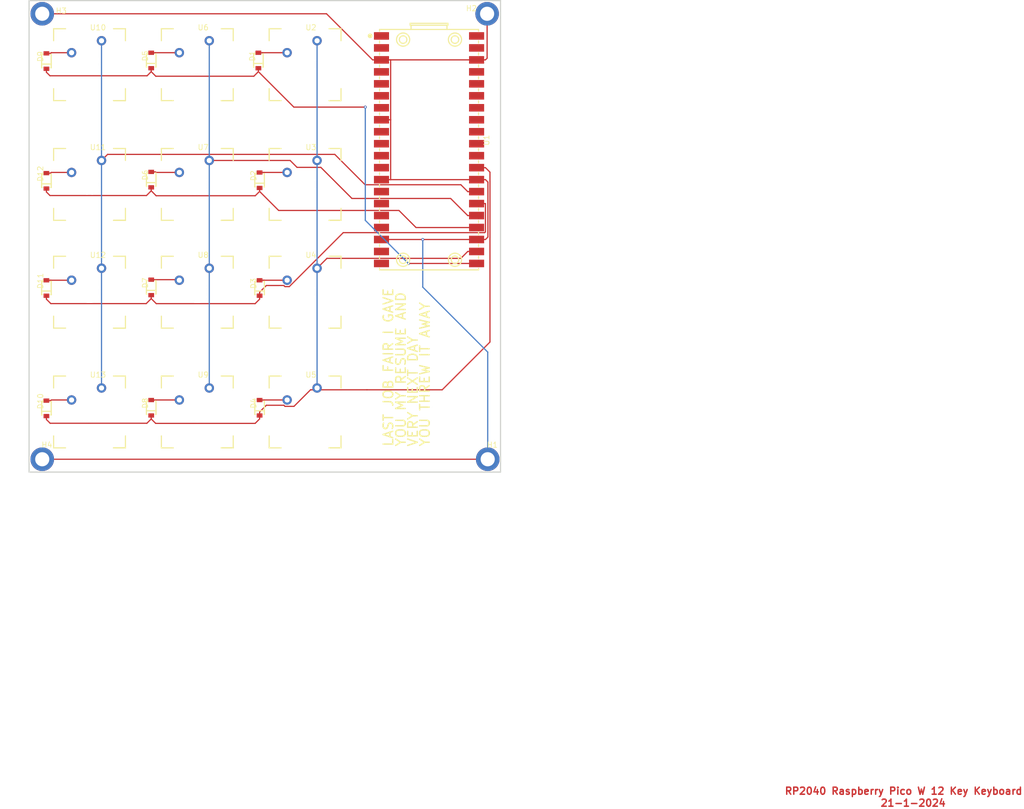
<source format=kicad_pcb>
(kicad_pcb (version 20221018) (generator pcbnew)
  (layers (0 "F.Cu" signal) (31 "B.Cu" signal) (34 "B.Paste" user) (35 "F.Paste" user) (36 "B.SilkS" user "B.Silkscreen") (37 "F.SilkS" user "F.Silkscreen") (38 "B.Mask" user) (39 "F.Mask" user) (44 "Edge.Cuts" user))
  (net 0 "")
  (net 1 "3V3-EN")
  (net 2 "3V3-OUT")
  (net 3 "ADC-VREF")
  (net 4 "AGND")
  (net 5 "GND")
  (net 6 "GP0")
  (net 7 "GP1")
  (net 8 "GP10")
  (net 9 "GP11")
  (net 10 "GP12")
  (net 11 "GP13")
  (net 12 "GP14")
  (net 13 "GP15")
  (net 14 "GP16")
  (net 15 "GP17")
  (net 16 "GP18")
  (net 17 "GP19")
  (net 18 "GP2")
  (net 19 "GP20")
  (net 20 "GP21")
  (net 21 "GP22")
  (net 22 "GP26")
  (net 23 "GP27")
  (net 24 "GP28")
  (net 25 "GP3")
  (net 26 "GP4")
  (net 27 "GP5")
  (net 28 "GP6")
  (net 29 "GP7")
  (net 30 "GP8")
  (net 31 "GP9")
  (net 32 "RUN")
  (net 33 "U10_2")
  (net 34 "U11_2")
  (net 35 "U12_2")
  (net 36 "U13_2")
  (net 37 "U2_2")
  (net 38 "U3_2")
  (net 39 "U4_2")
  (net 40 "U5_2")
  (net 41 "U6_2")
  (net 42 "U7_2")
  (net 43 "U8_2")
  (net 44 "U9_2")
  (net 45 "VBUS")
  (net 46 "VSYS")
  (footprint "easyeda:1N4148W-7-F_FOOTPRINT" (layer "F.Cu") (at 53.721 108.331 90)
    (fp_text reference "D8" (at -0.254 -1.27 90) (layer "F.SilkS") (effects (font (size 1.143 1.143) (thickness 0.152)) (justify left)))
    (fp_text value "1N4148W-7-F" hide)
    (pad "1" smd rect (at -1.638 0 90) (size 0.91 1.22) (layers "F.Cu" "F.Paste" "F.Mask") (net 21 "GP22"))
    (pad "2" smd rect (at 1.638 0 90) (size 0.91 1.22) (layers "F.Cu" "F.Paste" "F.Mask") (net 44 "U9_2"))
  )
  (footprint "easyeda:1N4148W-7-F_FOOTPRINT" (layer "F.Cu") (at 76.454 34.671 90)
    (fp_text reference "D1" (at -0.254 -1.27 90) (layer "F.SilkS") (effects (font (size 1.143 1.143) (thickness 0.152)) (justify left)))
    (fp_text value "1N4148W-7-F" hide)
    (pad "1" smd rect (at -1.638 0 90) (size 0.91 1.22) (layers "F.Cu" "F.Paste" "F.Mask") (net 14 "GP16"))
    (pad "2" smd rect (at 1.638 0 90) (size 0.91 1.22) (layers "F.Cu" "F.Paste" "F.Mask") (net 37 "U2_2"))
  )
  (footprint "easyeda:3MMHOLE_PTH" (layer "F.Cu") (at 125.095 119.253)
    (fp_text reference "H1" (at -0.254 -3.048) (layer "F.SilkS") (effects (font (size 1.143 1.143) (thickness 0.152)) (justify left)))
    (fp_text value "3MMHOLE" hide)
    (pad "1" thru_hole circle (at 0 0) (size 5 5) (drill 3.002) (layers "*.Cu" "*.Paste" "*.Mask") (net 5 "GND"))
  )
  (footprint "easyeda:MECHANICAL KEYSWITCH FOORPRINT" (layer "F.Cu") (at 86.36 35.56)
    (fp_text reference "U2" (at 0 -7.874) (layer "F.SilkS") (effects (font (size 1.143 1.143) (thickness 0.152)) (justify left)))
    (fp_text value "MK" hide)
    (pad "" np_thru_hole circle (at -5.08 0) (size 2.032 2.032) (drill 2.032) (layers "*.Cu" "*.Mask"))
    (pad "" np_thru_hole circle (at 0 0) (size 4 4) (drill 4) (layers "*.Cu" "*.Mask"))
    (pad "" np_thru_hole circle (at 5.08 0) (size 2.032 2.032) (drill 2.032) (layers "*.Cu" "*.Mask"))
    (pad "1" thru_hole circle (at 2.54 -5.08) (size 2 2) (drill 1.1) (layers "*.Cu" "*.Paste" "*.Mask") (net 15 "GP17"))
    (pad "2" thru_hole circle (at -3.81 -2.54) (size 2 2) (drill 1.1) (layers "*.Cu" "*.Paste" "*.Mask") (net 37 "U2_2"))
  )
  (footprint "easyeda:1N4148W-7-F_FOOTPRINT" (layer "F.Cu") (at 31.496 108.458 90)
    (fp_text reference "D10" (at -0.254 -1.27 90) (layer "F.SilkS") (effects (font (size 1.143 1.143) (thickness 0.152)) (justify left)))
    (fp_text value "1N4148W-7-F" hide)
    (pad "1" smd rect (at -1.638 0 90) (size 0.91 1.22) (layers "F.Cu" "F.Paste" "F.Mask") (net 21 "GP22"))
    (pad "2" smd rect (at 1.638 0 90) (size 0.91 1.22) (layers "F.Cu" "F.Paste" "F.Mask") (net 36 "U13_2"))
  )
  (footprint "easyeda:MECHANICAL KEYSWITCH FOORPRINT" (layer "F.Cu") (at 63.5 60.96)
    (fp_text reference "U7" (at 0 -7.874) (layer "F.SilkS") (effects (font (size 1.143 1.143) (thickness 0.152)) (justify left)))
    (fp_text value "MK" hide)
    (pad "" np_thru_hole circle (at -5.08 0) (size 2.032 2.032) (drill 2.032) (layers "*.Cu" "*.Mask"))
    (pad "" np_thru_hole circle (at 0 0) (size 4 4) (drill 4) (layers "*.Cu" "*.Mask"))
    (pad "" np_thru_hole circle (at 5.08 0) (size 2.032 2.032) (drill 2.032) (layers "*.Cu" "*.Mask"))
    (pad "1" thru_hole circle (at 2.54 -5.08) (size 2 2) (drill 1.1) (layers "*.Cu" "*.Paste" "*.Mask") (net 17 "GP19"))
    (pad "2" thru_hole circle (at -3.81 -2.54) (size 2 2) (drill 1.1) (layers "*.Cu" "*.Paste" "*.Mask") (net 42 "U7_2"))
  )
  (footprint "easyeda:1N4148W-7-F_FOOTPRINT" (layer "F.Cu") (at 76.708 108.331 90)
    (fp_text reference "D4" (at -0.254 -1.27 90) (layer "F.SilkS") (effects (font (size 1.143 1.143) (thickness 0.152)) (justify left)))
    (fp_text value "1N4148W-7-F" hide)
    (pad "1" smd rect (at -1.638 0 90) (size 0.91 1.22) (layers "F.Cu" "F.Paste" "F.Mask") (net 21 "GP22"))
    (pad "2" smd rect (at 1.638 0 90) (size 0.91 1.22) (layers "F.Cu" "F.Paste" "F.Mask") (net 40 "U5_2"))
  )
  (footprint "easyeda:MECHANICAL KEYSWITCH FOORPRINT" (layer "F.Cu") (at 63.5 109.22)
    (fp_text reference "U9" (at 0 -7.874) (layer "F.SilkS") (effects (font (size 1.143 1.143) (thickness 0.152)) (justify left)))
    (fp_text value "MK" hide)
    (pad "" np_thru_hole circle (at -5.08 0) (size 2.032 2.032) (drill 2.032) (layers "*.Cu" "*.Mask"))
    (pad "" np_thru_hole circle (at 0 0) (size 4 4) (drill 4) (layers "*.Cu" "*.Mask"))
    (pad "" np_thru_hole circle (at 5.08 0) (size 2.032 2.032) (drill 2.032) (layers "*.Cu" "*.Mask"))
    (pad "1" thru_hole circle (at 2.54 -5.08) (size 2 2) (drill 1.1) (layers "*.Cu" "*.Paste" "*.Mask") (net 17 "GP19"))
    (pad "2" thru_hole circle (at -3.81 -2.54) (size 2 2) (drill 1.1) (layers "*.Cu" "*.Paste" "*.Mask") (net 44 "U9_2"))
  )
  (footprint "easyeda:MECHANICAL KEYSWITCH FOORPRINT" (layer "F.Cu") (at 86.36 83.82)
    (fp_text reference "U4" (at 0 -7.874) (layer "F.SilkS") (effects (font (size 1.143 1.143) (thickness 0.152)) (justify left)))
    (fp_text value "MK" hide)
    (pad "" np_thru_hole circle (at -5.08 0) (size 2.032 2.032) (drill 2.032) (layers "*.Cu" "*.Mask"))
    (pad "" np_thru_hole circle (at 0 0) (size 4 4) (drill 4) (layers "*.Cu" "*.Mask"))
    (pad "" np_thru_hole circle (at 5.08 0) (size 2.032 2.032) (drill 2.032) (layers "*.Cu" "*.Mask"))
    (pad "1" thru_hole circle (at 2.54 -5.08) (size 2 2) (drill 1.1) (layers "*.Cu" "*.Paste" "*.Mask") (net 15 "GP17"))
    (pad "2" thru_hole circle (at -3.81 -2.54) (size 2 2) (drill 1.1) (layers "*.Cu" "*.Paste" "*.Mask") (net 39 "U4_2"))
  )
  (footprint "easyeda:1N4148W-7-F_FOOTPRINT" (layer "F.Cu") (at 31.496 34.798 90)
    (fp_text reference "D9" (at -0.254 -1.27 90) (layer "F.SilkS") (effects (font (size 1.143 1.143) (thickness 0.152)) (justify left)))
    (fp_text value "1N4148W-7-F" hide)
    (pad "1" smd rect (at -1.638 0 90) (size 0.91 1.22) (layers "F.Cu" "F.Paste" "F.Mask") (net 14 "GP16"))
    (pad "2" smd rect (at 1.638 0 90) (size 0.91 1.22) (layers "F.Cu" "F.Paste" "F.Mask") (net 33 "U10_2"))
  )
  (footprint "easyeda:MECHANICAL KEYSWITCH FOORPRINT" (layer "F.Cu") (at 40.64 109.22)
    (fp_text reference "U13" (at 0 -7.874) (layer "F.SilkS") (effects (font (size 1.143 1.143) (thickness 0.152)) (justify left)))
    (fp_text value "MK" hide)
    (pad "" np_thru_hole circle (at -5.08 0) (size 2.032 2.032) (drill 2.032) (layers "*.Cu" "*.Mask"))
    (pad "" np_thru_hole circle (at 0 0) (size 4 4) (drill 4) (layers "*.Cu" "*.Mask"))
    (pad "" np_thru_hole circle (at 5.08 0) (size 2.032 2.032) (drill 2.032) (layers "*.Cu" "*.Mask"))
    (pad "1" thru_hole circle (at 2.54 -5.08) (size 2 2) (drill 1.1) (layers "*.Cu" "*.Paste" "*.Mask") (net 20 "GP21"))
    (pad "2" thru_hole circle (at -3.81 -2.54) (size 2 2) (drill 1.1) (layers "*.Cu" "*.Paste" "*.Mask") (net 36 "U13_2"))
  )
  (footprint "easyeda:3MMHOLE_PTH" (layer "F.Cu") (at 124.968 24.765)
    (fp_text reference "H2" (at -4.572 -1.143) (layer "F.SilkS") (effects (font (size 1.143 1.143) (thickness 0.152)) (justify left)))
    (fp_text value "3MMHOLE" hide)
    (pad "1" thru_hole circle (at 0 0) (size 5 5) (drill 3.002) (layers "*.Cu" "*.Paste" "*.Mask") (net 5 "GND"))
  )
  (footprint "easyeda:1N4148W-7-F_FOOTPRINT" (layer "F.Cu") (at 76.708 60.071 90)
    (fp_text reference "D2" (at -0.254 -1.27 90) (layer "F.SilkS") (effects (font (size 1.143 1.143) (thickness 0.152)) (justify left)))
    (fp_text value "1N4148W-7-F" hide)
    (pad "1" smd rect (at -1.638 0 90) (size 0.91 1.22) (layers "F.Cu" "F.Paste" "F.Mask") (net 16 "GP18"))
    (pad "2" smd rect (at 1.638 0 90) (size 0.91 1.22) (layers "F.Cu" "F.Paste" "F.Mask") (net 38 "U3_2"))
  )
  (footprint "easyeda:LCC-40_L51.0-W21.0-P2.54-BL_RP2040-BASED" (layer "F.Cu") (at 112.649 53.594 -90)
    (fp_text reference "U1" (at -0.762 -12.192 -90) (layer "F.SilkS") (effects (font (size 1.143 1.143) (thickness 0.152)) (justify left)))
    (fp_text value "PICO W" hide)
    (pad "1" smd rect (at -24.13 10.087 270) (size 1.6 3.2) (layers "F.Cu" "F.Paste" "F.Mask") (net 6 "GP0"))
    (pad "2" smd rect (at -21.59 10.087 270) (size 1.6 3.2) (layers "F.Cu" "F.Paste" "F.Mask") (net 7 "GP1"))
    (pad "3" smd rect (at -19.05 10.087 270) (size 1.6 3.2) (layers "F.Cu" "F.Paste" "F.Mask") (net 5 "GND"))
    (pad "4" smd rect (at -16.51 10.087 270) (size 1.6 3.2) (layers "F.Cu" "F.Paste" "F.Mask") (net 18 "GP2"))
    (pad "5" smd rect (at -13.97 10.087 270) (size 1.6 3.2) (layers "F.Cu" "F.Paste" "F.Mask") (net 25 "GP3"))
    (pad "6" smd rect (at -11.43 10.087 270) (size 1.6 3.2) (layers "F.Cu" "F.Paste" "F.Mask") (net 26 "GP4"))
    (pad "7" smd rect (at -8.89 10.087 270) (size 1.6 3.2) (layers "F.Cu" "F.Paste" "F.Mask") (net 27 "GP5"))
    (pad "8" smd rect (at -6.35 10.087 270) (size 1.6 3.2) (layers "F.Cu" "F.Paste" "F.Mask") (net 5 "GND"))
    (pad "9" smd rect (at -3.81 10.087 270) (size 1.6 3.2) (layers "F.Cu" "F.Paste" "F.Mask") (net 28 "GP6"))
    (pad "10" smd rect (at -1.27 10.087 270) (size 1.6 3.2) (layers "F.Cu" "F.Paste" "F.Mask") (net 29 "GP7"))
    (pad "11" smd rect (at 1.27 10.087 270) (size 1.6 3.2) (layers "F.Cu" "F.Paste" "F.Mask") (net 30 "GP8"))
    (pad "12" smd rect (at 3.81 10.087 270) (size 1.6 3.2) (layers "F.Cu" "F.Paste" "F.Mask") (net 31 "GP9"))
    (pad "13" smd rect (at 6.35 10.087 270) (size 1.6 3.2) (layers "F.Cu" "F.Paste" "F.Mask") (net 5 "GND"))
    (pad "14" smd rect (at 8.89 10.087 270) (size 1.6 3.2) (layers "F.Cu" "F.Paste" "F.Mask") (net 8 "GP10"))
    (pad "15" smd rect (at 11.43 10.087 270) (size 1.6 3.2) (layers "F.Cu" "F.Paste" "F.Mask") (net 9 "GP11"))
    (pad "16" smd rect (at 13.97 10.087 270) (size 1.6 3.2) (layers "F.Cu" "F.Paste" "F.Mask") (net 10 "GP12"))
    (pad "17" smd rect (at 16.51 10.087 270) (size 1.6 3.2) (layers "F.Cu" "F.Paste" "F.Mask") (net 11 "GP13"))
    (pad "18" smd rect (at 19.05 10.087 270) (size 1.6 3.2) (layers "F.Cu" "F.Paste" "F.Mask") (net 5 "GND"))
    (pad "19" smd rect (at 21.59 10.087 270) (size 1.6 3.2) (layers "F.Cu" "F.Paste" "F.Mask") (net 12 "GP14"))
    (pad "20" smd rect (at 24.13 10.087 270) (size 1.6 3.2) (layers "F.Cu" "F.Paste" "F.Mask") (net 13 "GP15"))
    (pad "21" smd rect (at 24.13 -10.087 270) (size 1.6 3.2) (layers "F.Cu" "F.Paste" "F.Mask") (net 14 "GP16"))
    (pad "22" smd rect (at 21.59 -10.087 270) (size 1.6 3.2) (layers "F.Cu" "F.Paste" "F.Mask") (net 15 "GP17"))
    (pad "23" smd rect (at 19.05 -10.087 270) (size 1.6 3.2) (layers "F.Cu" "F.Paste" "F.Mask") (net 5 "GND"))
    (pad "24" smd rect (at 16.51 -10.087 270) (size 1.6 3.2) (layers "F.Cu" "F.Paste" "F.Mask") (net 16 "GP18"))
    (pad "25" smd rect (at 13.97 -10.087 270) (size 1.6 3.2) (layers "F.Cu" "F.Paste" "F.Mask") (net 17 "GP19"))
    (pad "26" smd rect (at 11.43 -10.087 270) (size 1.6 3.2) (layers "F.Cu" "F.Paste" "F.Mask") (net 19 "GP20"))
    (pad "27" smd rect (at 8.89 -10.087 270) (size 1.6 3.2) (layers "F.Cu" "F.Paste" "F.Mask") (net 20 "GP21"))
    (pad "28" smd rect (at 6.35 -10.087 270) (size 1.6 3.2) (layers "F.Cu" "F.Paste" "F.Mask") (net 5 "GND"))
    (pad "29" smd rect (at 3.81 -10.087 270) (size 1.6 3.2) (layers "F.Cu" "F.Paste" "F.Mask") (net 21 "GP22"))
    (pad "30" smd rect (at 1.27 -10.087 270) (size 1.6 3.2) (layers "F.Cu" "F.Paste" "F.Mask") (net 32 "RUN"))
    (pad "31" smd rect (at -1.27 -10.087 270) (size 1.6 3.2) (layers "F.Cu" "F.Paste" "F.Mask") (net 22 "GP26"))
    (pad "32" smd rect (at -3.81 -10.087 270) (size 1.6 3.2) (layers "F.Cu" "F.Paste" "F.Mask") (net 23 "GP27"))
    (pad "33" smd rect (at -6.35 -10.087 270) (size 1.6 3.2) (layers "F.Cu" "F.Paste" "F.Mask") (net 4 "AGND"))
    (pad "34" smd rect (at -8.89 -10.087 270) (size 1.6 3.2) (layers "F.Cu" "F.Paste" "F.Mask") (net 24 "GP28"))
    (pad "35" smd rect (at -11.43 -10.087 270) (size 1.6 3.2) (layers "F.Cu" "F.Paste" "F.Mask") (net 3 "ADC-VREF"))
    (pad "36" smd rect (at -13.97 -10.087 270) (size 1.6 3.2) (layers "F.Cu" "F.Paste" "F.Mask") (net 2 "3V3-OUT"))
    (pad "37" smd rect (at -16.51 -10.087 270) (size 1.6 3.2) (layers "F.Cu" "F.Paste" "F.Mask") (net 1 "3V3-EN"))
    (pad "38" smd rect (at -19.05 -10.087 270) (size 1.6 3.2) (layers "F.Cu" "F.Paste" "F.Mask") (net 5 "GND"))
    (pad "39" smd rect (at -21.59 -10.087 270) (size 1.6 3.2) (layers "F.Cu" "F.Paste" "F.Mask") (net 46 "VSYS"))
    (pad "40" smd rect (at -24.13 -10.087 270) (size 1.6 3.2) (layers "F.Cu" "F.Paste" "F.Mask") (net 45 "VBUS"))
  )
  (footprint "easyeda:MECHANICAL KEYSWITCH FOORPRINT" (layer "F.Cu") (at 86.36 60.96)
    (fp_text reference "U3" (at 0 -7.874) (layer "F.SilkS") (effects (font (size 1.143 1.143) (thickness 0.152)) (justify left)))
    (fp_text value "MK" hide)
    (pad "" np_thru_hole circle (at -5.08 0) (size 2.032 2.032) (drill 2.032) (layers "*.Cu" "*.Mask"))
    (pad "" np_thru_hole circle (at 0 0) (size 4 4) (drill 4) (layers "*.Cu" "*.Mask"))
    (pad "" np_thru_hole circle (at 5.08 0) (size 2.032 2.032) (drill 2.032) (layers "*.Cu" "*.Mask"))
    (pad "1" thru_hole circle (at 2.54 -5.08) (size 2 2) (drill 1.1) (layers "*.Cu" "*.Paste" "*.Mask") (net 15 "GP17"))
    (pad "2" thru_hole circle (at -3.81 -2.54) (size 2 2) (drill 1.1) (layers "*.Cu" "*.Paste" "*.Mask") (net 38 "U3_2"))
  )
  (footprint "easyeda:MECHANICAL KEYSWITCH FOORPRINT" (layer "F.Cu") (at 63.5 35.56)
    (fp_text reference "U6" (at 0 -7.874) (layer "F.SilkS") (effects (font (size 1.143 1.143) (thickness 0.152)) (justify left)))
    (fp_text value "MK" hide)
    (pad "" np_thru_hole circle (at -5.08 0) (size 2.032 2.032) (drill 2.032) (layers "*.Cu" "*.Mask"))
    (pad "" np_thru_hole circle (at 0 0) (size 4 4) (drill 4) (layers "*.Cu" "*.Mask"))
    (pad "" np_thru_hole circle (at 5.08 0) (size 2.032 2.032) (drill 2.032) (layers "*.Cu" "*.Mask"))
    (pad "1" thru_hole circle (at 2.54 -5.08) (size 2 2) (drill 1.1) (layers "*.Cu" "*.Paste" "*.Mask") (net 17 "GP19"))
    (pad "2" thru_hole circle (at -3.81 -2.54) (size 2 2) (drill 1.1) (layers "*.Cu" "*.Paste" "*.Mask") (net 41 "U6_2"))
  )
  (footprint "easyeda:1N4148W-7-F_FOOTPRINT" (layer "F.Cu") (at 31.496 60.198 90)
    (fp_text reference "D12" (at -0.254 -1.27 90) (layer "F.SilkS") (effects (font (size 1.143 1.143) (thickness 0.152)) (justify left)))
    (fp_text value "1N4148W-7-F" hide)
    (pad "1" smd rect (at -1.638 0 90) (size 0.91 1.22) (layers "F.Cu" "F.Paste" "F.Mask") (net 16 "GP18"))
    (pad "2" smd rect (at 1.638 0 90) (size 0.91 1.22) (layers "F.Cu" "F.Paste" "F.Mask") (net 34 "U11_2"))
  )
  (footprint "easyeda:1N4148W-7-F_FOOTPRINT" (layer "F.Cu") (at 53.721 59.944 90)
    (fp_text reference "D6" (at -0.254 -1.27 90) (layer "F.SilkS") (effects (font (size 1.143 1.143) (thickness 0.152)) (justify left)))
    (fp_text value "1N4148W-7-F" hide)
    (pad "1" smd rect (at -1.638 0 90) (size 0.91 1.22) (layers "F.Cu" "F.Paste" "F.Mask") (net 16 "GP18"))
    (pad "2" smd rect (at 1.638 0 90) (size 0.91 1.22) (layers "F.Cu" "F.Paste" "F.Mask") (net 42 "U7_2"))
  )
  (footprint "easyeda:3MMHOLE_PTH" (layer "F.Cu") (at 30.607 119.253)
    (fp_text reference "H4" (at -0.254 -3.048) (layer "F.SilkS") (effects (font (size 1.143 1.143) (thickness 0.152)) (justify left)))
    (fp_text value "3MMHOLE" hide)
    (pad "1" thru_hole circle (at 0 0) (size 5 5) (drill 3.002) (layers "*.Cu" "*.Paste" "*.Mask") (net 5 "GND"))
  )
  (footprint "easyeda:MECHANICAL KEYSWITCH FOORPRINT" (layer "F.Cu") (at 40.64 83.82)
    (fp_text reference "U12" (at 0 -7.874) (layer "F.SilkS") (effects (font (size 1.143 1.143) (thickness 0.152)) (justify left)))
    (fp_text value "MK" hide)
    (pad "" np_thru_hole circle (at -5.08 0) (size 2.032 2.032) (drill 2.032) (layers "*.Cu" "*.Mask"))
    (pad "" np_thru_hole circle (at 0 0) (size 4 4) (drill 4) (layers "*.Cu" "*.Mask"))
    (pad "" np_thru_hole circle (at 5.08 0) (size 2.032 2.032) (drill 2.032) (layers "*.Cu" "*.Mask"))
    (pad "1" thru_hole circle (at 2.54 -5.08) (size 2 2) (drill 1.1) (layers "*.Cu" "*.Paste" "*.Mask") (net 20 "GP21"))
    (pad "2" thru_hole circle (at -3.81 -2.54) (size 2 2) (drill 1.1) (layers "*.Cu" "*.Paste" "*.Mask") (net 35 "U12_2"))
  )
  (footprint "easyeda:MECHANICAL KEYSWITCH FOORPRINT" (layer "F.Cu") (at 40.64 60.96)
    (fp_text reference "U11" (at 0 -7.874) (layer "F.SilkS") (effects (font (size 1.143 1.143) (thickness 0.152)) (justify left)))
    (fp_text value "MK" hide)
    (pad "" np_thru_hole circle (at -5.08 0) (size 2.032 2.032) (drill 2.032) (layers "*.Cu" "*.Mask"))
    (pad "" np_thru_hole circle (at 0 0) (size 4 4) (drill 4) (layers "*.Cu" "*.Mask"))
    (pad "" np_thru_hole circle (at 5.08 0) (size 2.032 2.032) (drill 2.032) (layers "*.Cu" "*.Mask"))
    (pad "1" thru_hole circle (at 2.54 -5.08) (size 2 2) (drill 1.1) (layers "*.Cu" "*.Paste" "*.Mask") (net 20 "GP21"))
    (pad "2" thru_hole circle (at -3.81 -2.54) (size 2 2) (drill 1.1) (layers "*.Cu" "*.Paste" "*.Mask") (net 34 "U11_2"))
  )
  (footprint "easyeda:1N4148W-7-F_FOOTPRINT" (layer "F.Cu") (at 53.721 82.804 90)
    (fp_text reference "D7" (at -0.254 -1.27 90) (layer "F.SilkS") (effects (font (size 1.143 1.143) (thickness 0.152)) (justify left)))
    (fp_text value "1N4148W-7-F" hide)
    (pad "1" smd rect (at -1.638 0 90) (size 0.91 1.22) (layers "F.Cu" "F.Paste" "F.Mask") (net 19 "GP20"))
    (pad "2" smd rect (at 1.638 0 90) (size 0.91 1.22) (layers "F.Cu" "F.Paste" "F.Mask") (net 43 "U8_2"))
  )
  (footprint "easyeda:3MMHOLE_PTH" (layer "F.Cu") (at 30.607 24.765)
    (fp_text reference "H3" (at 2.794 -0.635) (layer "F.SilkS") (effects (font (size 1.143 1.143) (thickness 0.152)) (justify left)))
    (fp_text value "3MMHOLE" hide)
    (pad "1" thru_hole circle (at 0 0) (size 5 5) (drill 3.002) (layers "*.Cu" "*.Paste" "*.Mask") (net 5 "GND"))
  )
  (footprint "easyeda:MECHANICAL KEYSWITCH FOORPRINT" (layer "F.Cu") (at 86.36 109.22)
    (fp_text reference "U5" (at 0 -7.874) (layer "F.SilkS") (effects (font (size 1.143 1.143) (thickness 0.152)) (justify left)))
    (fp_text value "MK" hide)
    (pad "" np_thru_hole circle (at -5.08 0) (size 2.032 2.032) (drill 2.032) (layers "*.Cu" "*.Mask"))
    (pad "" np_thru_hole circle (at 0 0) (size 4 4) (drill 4) (layers "*.Cu" "*.Mask"))
    (pad "" np_thru_hole circle (at 5.08 0) (size 2.032 2.032) (drill 2.032) (layers "*.Cu" "*.Mask"))
    (pad "1" thru_hole circle (at 2.54 -5.08) (size 2 2) (drill 1.1) (layers "*.Cu" "*.Paste" "*.Mask") (net 15 "GP17"))
    (pad "2" thru_hole circle (at -3.81 -2.54) (size 2 2) (drill 1.1) (layers "*.Cu" "*.Paste" "*.Mask") (net 40 "U5_2"))
  )
  (footprint "easyeda:1N4148W-7-F_FOOTPRINT" (layer "F.Cu") (at 53.721 34.671 90)
    (fp_text reference "D5" (at -0.254 -1.27 90) (layer "F.SilkS") (effects (font (size 1.143 1.143) (thickness 0.152)) (justify left)))
    (fp_text value "1N4148W-7-F" hide)
    (pad "1" smd rect (at -1.638 0 90) (size 0.91 1.22) (layers "F.Cu" "F.Paste" "F.Mask") (net 14 "GP16"))
    (pad "2" smd rect (at 1.638 0 90) (size 0.91 1.22) (layers "F.Cu" "F.Paste" "F.Mask") (net 41 "U6_2"))
  )
  (footprint "easyeda:1N4148W-7-F_FOOTPRINT" (layer "F.Cu") (at 76.708 82.931 90)
    (fp_text reference "D3" (at -0.254 -1.27 90) (layer "F.SilkS") (effects (font (size 1.143 1.143) (thickness 0.152)) (justify left)))
    (fp_text value "1N4148W-7-F" hide)
    (pad "1" smd rect (at -1.638 0 90) (size 0.91 1.22) (layers "F.Cu" "F.Paste" "F.Mask") (net 19 "GP20"))
    (pad "2" smd rect (at 1.638 0 90) (size 0.91 1.22) (layers "F.Cu" "F.Paste" "F.Mask") (net 39 "U4_2"))
  )
  (footprint "easyeda:MECHANICAL KEYSWITCH FOORPRINT" (layer "F.Cu") (at 40.64 35.56)
    (fp_text reference "U10" (at 0 -7.874) (layer "F.SilkS") (effects (font (size 1.143 1.143) (thickness 0.152)) (justify left)))
    (fp_text value "MK" hide)
    (pad "" np_thru_hole circle (at -5.08 0) (size 2.032 2.032) (drill 2.032) (layers "*.Cu" "*.Mask"))
    (pad "" np_thru_hole circle (at 0 0) (size 4 4) (drill 4) (layers "*.Cu" "*.Mask"))
    (pad "" np_thru_hole circle (at 5.08 0) (size 2.032 2.032) (drill 2.032) (layers "*.Cu" "*.Mask"))
    (pad "1" thru_hole circle (at 2.54 -5.08) (size 2 2) (drill 1.1) (layers "*.Cu" "*.Paste" "*.Mask") (net 20 "GP21"))
    (pad "2" thru_hole circle (at -3.81 -2.54) (size 2 2) (drill 1.1) (layers "*.Cu" "*.Paste" "*.Mask") (net 33 "U10_2"))
  )
  (footprint "easyeda:MECHANICAL KEYSWITCH FOORPRINT" (layer "F.Cu") (at 63.5 83.82)
    (fp_text reference "U8" (at 0 -7.874) (layer "F.SilkS") (effects (font (size 1.143 1.143) (thickness 0.152)) (justify left)))
    (fp_text value "MK" hide)
    (pad "" np_thru_hole circle (at -5.08 0) (size 2.032 2.032) (drill 2.032) (layers "*.Cu" "*.Mask"))
    (pad "" np_thru_hole circle (at 0 0) (size 4 4) (drill 4) (layers "*.Cu" "*.Mask"))
    (pad "" np_thru_hole circle (at 5.08 0) (size 2.032 2.032) (drill 2.032) (layers "*.Cu" "*.Mask"))
    (pad "1" thru_hole circle (at 2.54 -5.08) (size 2 2) (drill 1.1) (layers "*.Cu" "*.Paste" "*.Mask") (net 17 "GP19"))
    (pad "2" thru_hole circle (at -3.81 -2.54) (size 2 2) (drill 1.1) (layers "*.Cu" "*.Paste" "*.Mask") (net 43 "U8_2"))
  )
  (footprint "easyeda:1N4148W-7-F_FOOTPRINT" (layer "F.Cu") (at 31.496 82.931 90)
    (fp_text reference "D11" (at -0.254 -1.27 90) (layer "F.SilkS") (effects (font (size 1.143 1.143) (thickness 0.152)) (justify left)))
    (fp_text value "1N4148W-7-F" hide)
    (pad "1" smd rect (at -1.638 0 90) (size 0.91 1.22) (layers "F.Cu" "F.Paste" "F.Mask") (net 19 "GP20"))
    (pad "2" smd rect (at 1.638 0 90) (size 0.91 1.22) (layers "F.Cu" "F.Paste" "F.Mask") (net 35 "U12_2"))
  )
  (gr_line (start 27.813 21.971) (end 127.813 21.971) (stroke (width 0.254)) (layer "Edge.Cuts"))
  (gr_line (start 27.813 121.971) (end 27.813 21.971) (stroke (width 0.254)) (layer "Edge.Cuts"))
  (gr_line (start 127.813 121.971) (end 27.813 121.971) (stroke (width 0.254)) (layer "Edge.Cuts"))
  (gr_line (start 127.813 21.971) (end 127.813 121.971) (stroke (width 0.254)) (layer "Edge.Cuts"))
  (gr_text "RP2040 Raspberry Pico W 12 Key Keyboard" (at 187.96 190.5) (layer "F.Cu") (effects (font (size 1.5 1.5) (thickness 0.3) bold) (justify left bottom)))
  (gr_text "21-1-2024" (at 208.28 193.04) (layer "F.Cu") (effects (font (size 1.5 1.5) (thickness 0.3) bold) (justify left bottom)))
  (gr_text "YOU MY RESUME AND" (at 106.68 116.713 90) (layer "F.SilkS") (effects (font (size 2.032 2.032) (thickness 0.3)) (justify left)))
  (gr_text "VERY NEXT DAY" (at 109.22 116.713 90) (layer "F.SilkS") (effects (font (size 2.032 2.032) (thickness 0.3)) (justify left)))
  (gr_text "LAST JOB FAIR I GAVE" (at 104.013 116.713 90) (layer "F.SilkS") (effects (font (size 2.032 2.032) (thickness 0.3)) (justify left)))
  (gr_text "YOU THREW IT AWAY" (at 111.76 116.713 90) (layer "F.SilkS") (effects (font (size 2.032 2.032) (thickness 0.3)) (justify left)))
  (segment (start 102.562 34.544) (end 100.683 34.544) (width 0.254) (layer "F.Cu") (net 5))
  (segment (start 124.968 34.191) (end 124.968 24.765) (width 0.254) (layer "F.Cu") (net 5))
  (segment (start 122.736 34.544) (end 124.615 34.544) (width 0.254) (layer "F.Cu") (net 5))
  (segment (start 122.736 59.944) (end 124.615 59.944) (width 0.254) (layer "F.Cu") (net 5))
  (segment (start 104.505 59.944) (end 104.505 47.308) (width 0.254) (layer "F.Cu") (net 5))
  (segment (start 125.141 60.47) (end 124.615 59.944) (width 0.254) (layer "F.Cu") (net 5))
  (segment (start 111.316 72.644) (end 122.736 72.644) (width 0.254) (layer "F.Cu") (net 5))
  (segment (start 104.505 59.944) (end 102.562 59.944) (width 0.254) (layer "F.Cu") (net 5))
  (segment (start 104.505 34.544) (end 104.505 47.18) (width 0.254) (layer "F.Cu") (net 5))
  (segment (start 122.736 59.944) (end 104.505 59.944) (width 0.254) (layer "F.Cu") (net 5))
  (segment (start 30.607 24.765) (end 90.904 24.765) (width 0.254) (layer "F.Cu") (net 5))
  (segment (start 124.615 34.544) (end 124.968 34.191) (width 0.254) (layer "F.Cu") (net 5))
  (segment (start 90.904 24.765) (end 100.683 34.544) (width 0.254) (layer "F.Cu") (net 5))
  (segment (start 104.505 34.544) (end 122.736 34.544) (width 0.254) (layer "F.Cu") (net 5))
  (segment (start 102.562 34.544) (end 104.505 34.544) (width 0.254) (layer "F.Cu") (net 5))
  (segment (start 122.736 72.644) (end 124.615 72.644) (width 0.254) (layer "F.Cu") (net 5))
  (segment (start 102.562 72.644) (end 111.316 72.644) (width 0.254) (layer "F.Cu") (net 5))
  (segment (start 30.607 119.253) (end 125.095 119.253) (width 0.254) (layer "F.Cu") (net 5))
  (segment (start 104.505 47.308) (end 104.441 47.244) (width 0.254) (layer "F.Cu") (net 5))
  (segment (start 102.562 47.244) (end 104.441 47.244) (width 0.254) (layer "F.Cu") (net 5))
  (segment (start 125.141 72.118) (end 125.141 60.47) (width 0.254) (layer "F.Cu") (net 5))
  (segment (start 104.505 47.18) (end 104.441 47.244) (width 0.254) (layer "F.Cu") (net 5))
  (segment (start 124.615 72.644) (end 125.141 72.118) (width 0.254) (layer "F.Cu") (net 5))
  (via (at 111.316 72.644) (size 0.61) (drill 0.305) (layers "F.Cu" "B.Cu") (net 5))
  (segment (start 125.095 119.253) (end 125.095 96.52) (width 0.254) (layer "B.Cu") (net 5))
  (segment (start 125.095 96.52) (end 111.316 82.741) (width 0.254) (layer "B.Cu") (net 5))
  (segment (start 111.316 82.741) (end 111.316 72.644) (width 0.254) (layer "B.Cu") (net 5))
  (segment (start 99.133 44.559) (end 83.97 44.559) (width 0.254) (layer "F.Cu") (net 14))
  (segment (start 83.97 44.559) (end 76.454 37.043) (width 0.254) (layer "F.Cu") (net 14))
  (segment (start 32.238 37.912) (end 52.852 37.912) (width 0.254) (layer "F.Cu") (net 14))
  (segment (start 31.496 37.17) (end 32.238 37.912) (width 0.254) (layer "F.Cu") (net 14))
  (segment (start 31.496 36.436) (end 31.496 37.17) (width 0.254) (layer "F.Cu") (net 14))
  (segment (start 54.691 38.013) (end 75.484 38.013) (width 0.254) (layer "F.Cu") (net 14))
  (segment (start 76.454 36.309) (end 76.454 37.043) (width 0.254) (layer "F.Cu") (net 14))
  (segment (start 52.852 37.912) (end 53.721 37.043) (width 0.254) (layer "F.Cu") (net 14))
  (segment (start 122.736 77.724) (end 108.271 77.724) (width 0.254) (layer "F.Cu") (net 14))
  (segment (start 75.484 38.013) (end 76.454 37.043) (width 0.254) (layer "F.Cu") (net 14))
  (segment (start 53.721 37.043) (end 54.691 38.013) (width 0.254) (layer "F.Cu") (net 14))
  (segment (start 53.721 36.309) (end 53.721 37.043) (width 0.254) (layer "F.Cu") (net 14))
  (via (at 108.271 77.724) (size 0.61) (drill 0.305) (layers "F.Cu" "B.Cu") (net 14))
  (via (at 99.133 44.559) (size 0.61) (drill 0.305) (layers "F.Cu" "B.Cu") (net 14))
  (segment (start 99.133 44.559) (end 99.133 68.587) (width 0.254) (layer "B.Cu") (net 14))
  (segment (start 99.133 68.587) (end 108.271 77.724) (width 0.254) (layer "B.Cu") (net 14))
  (segment (start 119.398 76.643) (end 120.857 75.184) (width 0.254) (layer "F.Cu") (net 15))
  (segment (start 88.9 78.74) (end 90.997 76.643) (width 0.254) (layer "F.Cu") (net 15))
  (segment (start 122.736 75.184) (end 120.857 75.184) (width 0.254) (layer "F.Cu") (net 15))
  (segment (start 90.997 76.643) (end 119.398 76.643) (width 0.254) (layer "F.Cu") (net 15))
  (segment (start 88.9 55.88) (end 88.9 30.48) (width 0.254) (layer "B.Cu") (net 15))
  (segment (start 88.9 78.74) (end 88.9 55.88) (width 0.254) (layer "B.Cu") (net 15))
  (segment (start 88.9 104.14) (end 88.9 78.74) (width 0.254) (layer "B.Cu") (net 15))
  (segment (start 53.721 61.582) (end 53.721 62.316) (width 0.254) (layer "F.Cu") (net 16))
  (segment (start 76.708 61.709) (end 76.708 62.443) (width 0.254) (layer "F.Cu") (net 16))
  (segment (start 54.767 63.362) (end 75.789 63.362) (width 0.254) (layer "F.Cu") (net 16))
  (segment (start 106.266 66.483) (end 80.748 66.483) (width 0.254) (layer "F.Cu") (net 16))
  (segment (start 80.748 66.483) (end 76.708 62.443) (width 0.254) (layer "F.Cu") (net 16))
  (segment (start 122.736 70.104) (end 109.887 70.104) (width 0.254) (layer "F.Cu") (net 16))
  (segment (start 31.496 62.57) (end 32.246 63.32) (width 0.254) (layer "F.Cu") (net 16))
  (segment (start 52.717 63.32) (end 53.721 62.316) (width 0.254) (layer "F.Cu") (net 16))
  (segment (start 75.789 63.362) (end 76.708 62.443) (width 0.254) (layer "F.Cu") (net 16))
  (segment (start 31.496 61.836) (end 31.496 62.57) (width 0.254) (layer "F.Cu") (net 16))
  (segment (start 32.246 63.32) (end 52.717 63.32) (width 0.254) (layer "F.Cu") (net 16))
  (segment (start 53.721 62.316) (end 54.767 63.362) (width 0.254) (layer "F.Cu") (net 16))
  (segment (start 109.887 70.104) (end 106.266 66.483) (width 0.254) (layer "F.Cu") (net 16))
  (segment (start 84.65 57.343) (end 83.187 55.88) (width 0.254) (layer "F.Cu") (net 17))
  (segment (start 122.736 67.564) (end 120.855 67.564) (width 0.254) (layer "F.Cu") (net 17))
  (segment (start 96.301 63.943) (end 89.701 57.343) (width 0.254) (layer "F.Cu") (net 17))
  (segment (start 83.187 55.88) (end 66.04 55.88) (width 0.254) (layer "F.Cu") (net 17))
  (segment (start 117.234 63.943) (end 96.301 63.943) (width 0.254) (layer "F.Cu") (net 17))
  (segment (start 89.701 57.343) (end 84.65 57.343) (width 0.254) (layer "F.Cu") (net 17))
  (segment (start 120.855 67.564) (end 117.234 63.943) (width 0.254) (layer "F.Cu") (net 17))
  (segment (start 66.04 55.88) (end 66.04 30.48) (width 0.254) (layer "B.Cu") (net 17))
  (segment (start 66.04 78.74) (end 66.04 55.88) (width 0.254) (layer "B.Cu") (net 17))
  (segment (start 66.04 104.14) (end 66.04 78.74) (width 0.254) (layer "B.Cu") (net 17))
  (segment (start 31.496 85.303) (end 32.429 86.236) (width 0.254) (layer "F.Cu") (net 19))
  (segment (start 53.721 84.442) (end 53.721 85.176) (width 0.254) (layer "F.Cu") (net 19))
  (segment (start 83.008 82.634) (end 82.093 82.634) (width 0.254) (layer "F.Cu") (net 19))
  (segment (start 75.762 86.249) (end 76.708 85.303) (width 0.254) (layer "F.Cu") (net 19))
  (segment (start 81.861 82.403) (end 78.14 82.403) (width 0.254) (layer "F.Cu") (net 19))
  (segment (start 122.736 65.024) (end 124.615 65.024) (width 0.254) (layer "F.Cu") (net 19))
  (segment (start 52.661 86.236) (end 53.721 85.176) (width 0.254) (layer "F.Cu") (net 19))
  (segment (start 53.721 85.176) (end 54.794 86.249) (width 0.254) (layer "F.Cu") (net 19))
  (segment (start 124.615 65.024) (end 124.617 65.026) (width 0.254) (layer "F.Cu") (net 19))
  (segment (start 124.617 71.02) (end 124.452 71.185) (width 0.254) (layer "F.Cu") (net 19))
  (segment (start 78.14 82.403) (end 76.708 83.835) (width 0.254) (layer "F.Cu") (net 19))
  (segment (start 54.794 86.249) (end 75.762 86.249) (width 0.254) (layer "F.Cu") (net 19))
  (segment (start 124.617 65.026) (end 124.617 71.02) (width 0.254) (layer "F.Cu") (net 19))
  (segment (start 76.708 84.569) (end 76.708 83.835) (width 0.254) (layer "F.Cu") (net 19))
  (segment (start 31.496 84.569) (end 31.496 85.303) (width 0.254) (layer "F.Cu") (net 19))
  (segment (start 124.452 71.185) (end 94.457 71.185) (width 0.254) (layer "F.Cu") (net 19))
  (segment (start 94.457 71.185) (end 83.008 82.634) (width 0.254) (layer "F.Cu") (net 19))
  (segment (start 76.708 84.569) (end 76.708 85.303) (width 0.254) (layer "F.Cu") (net 19))
  (segment (start 82.093 82.634) (end 81.861 82.403) (width 0.254) (layer "F.Cu") (net 19))
  (segment (start 32.429 86.236) (end 52.661 86.236) (width 0.254) (layer "F.Cu") (net 19))
  (segment (start 44.468 54.592) (end 92.659 54.592) (width 0.254) (layer "F.Cu") (net 20))
  (segment (start 43.18 55.88) (end 44.468 54.592) (width 0.254) (layer "F.Cu") (net 20))
  (segment (start 92.659 54.592) (end 99.092 61.025) (width 0.254) (layer "F.Cu") (net 20))
  (segment (start 122.736 62.484) (end 120.857 62.484) (width 0.254) (layer "F.Cu") (net 20))
  (segment (start 99.092 61.025) (end 119.398 61.025) (width 0.254) (layer "F.Cu") (net 20))
  (segment (start 119.398 61.025) (end 120.857 62.484) (width 0.254) (layer "F.Cu") (net 20))
  (segment (start 43.18 55.88) (end 43.18 30.48) (width 0.254) (layer "B.Cu") (net 20))
  (segment (start 43.18 78.74) (end 43.18 55.88) (width 0.254) (layer "B.Cu") (net 20))
  (segment (start 43.18 104.14) (end 43.18 78.74) (width 0.254) (layer "B.Cu") (net 20))
  (segment (start 124.615 57.404) (end 125.573 58.359) (width 0.254) (layer "F.Cu") (net 21))
  (segment (start 54.668 111.651) (end 75.761 111.651) (width 0.254) (layer "F.Cu") (net 21))
  (segment (start 53.721 109.969) (end 53.721 110.703) (width 0.254) (layer "F.Cu") (net 21))
  (segment (start 31.496 110.096) (end 31.496 110.83) (width 0.254) (layer "F.Cu") (net 21))
  (segment (start 87.518 104.521) (end 84.005 108.034) (width 0.254) (layer "F.Cu") (net 21))
  (segment (start 84.005 108.034) (end 82.093 108.034) (width 0.254) (layer "F.Cu") (net 21))
  (segment (start 115.443 104.521) (end 99.477 104.521) (width 0.254) (layer "F.Cu") (net 21))
  (segment (start 81.862 107.803) (end 78.141 107.803) (width 0.254) (layer "F.Cu") (net 21))
  (segment (start 76.708 109.969) (end 76.708 109.235) (width 0.254) (layer "F.Cu") (net 21))
  (segment (start 99.477 104.521) (end 87.518 104.521) (width 0.254) (layer "F.Cu") (net 21))
  (segment (start 75.761 111.651) (end 76.708 110.703) (width 0.254) (layer "F.Cu") (net 21))
  (segment (start 78.141 107.803) (end 76.708 109.235) (width 0.254) (layer "F.Cu") (net 21))
  (segment (start 125.573 94.391) (end 115.443 104.521) (width 0.254) (layer "F.Cu") (net 21))
  (segment (start 32.289 111.623) (end 52.801 111.623) (width 0.254) (layer "F.Cu") (net 21))
  (segment (start 52.801 111.623) (end 53.721 110.703) (width 0.254) (layer "F.Cu") (net 21))
  (segment (start 31.496 110.83) (end 32.289 111.623) (width 0.254) (layer "F.Cu") (net 21))
  (segment (start 53.721 110.703) (end 54.668 111.651) (width 0.254) (layer "F.Cu") (net 21))
  (segment (start 82.093 108.034) (end 81.862 107.803) (width 0.254) (layer "F.Cu") (net 21))
  (segment (start 125.573 58.359) (end 125.573 94.391) (width 0.254) (layer "F.Cu") (net 21))
  (segment (start 122.736 57.404) (end 124.615 57.404) (width 0.254) (layer "F.Cu") (net 21))
  (segment (start 76.708 109.969) (end 76.708 110.703) (width 0.254) (layer "F.Cu") (net 21))
  (segment (start 31.496 33.16) (end 32.385 33.16) (width 0.254) (layer "F.Cu") (net 33))
  (segment (start 32.525 33.02) (end 32.385 33.16) (width 0.254) (layer "F.Cu") (net 33))
  (segment (start 36.83 33.02) (end 32.525 33.02) (width 0.254) (layer "F.Cu") (net 33))
  (segment (start 36.83 58.42) (end 32.525 58.42) (width 0.254) (layer "F.Cu") (net 34))
  (segment (start 32.525 58.42) (end 32.385 58.56) (width 0.254) (layer "F.Cu") (net 34))
  (segment (start 31.496 58.56) (end 32.385 58.56) (width 0.254) (layer "F.Cu") (net 34))
  (segment (start 32.398 81.28) (end 32.385 81.293) (width 0.254) (layer "F.Cu") (net 35))
  (segment (start 31.496 81.293) (end 32.385 81.293) (width 0.254) (layer "F.Cu") (net 35))
  (segment (start 36.83 81.28) (end 32.398 81.28) (width 0.254) (layer "F.Cu") (net 35))
  (segment (start 36.83 106.68) (end 32.525 106.68) (width 0.254) (layer "F.Cu") (net 36))
  (segment (start 31.496 106.82) (end 32.385 106.82) (width 0.254) (layer "F.Cu") (net 36))
  (segment (start 32.525 106.68) (end 32.385 106.82) (width 0.254) (layer "F.Cu") (net 36))
  (segment (start 77.356 33.02) (end 77.343 33.033) (width 0.254) (layer "F.Cu") (net 37))
  (segment (start 82.55 33.02) (end 77.356 33.02) (width 0.254) (layer "F.Cu") (net 37))
  (segment (start 76.454 33.033) (end 77.343 33.033) (width 0.254) (layer "F.Cu") (net 37))
  (segment (start 77.61 58.42) (end 77.597 58.433) (width 0.254) (layer "F.Cu") (net 38))
  (segment (start 76.708 58.433) (end 77.597 58.433) (width 0.254) (layer "F.Cu") (net 38))
  (segment (start 82.55 58.42) (end 77.61 58.42) (width 0.254) (layer "F.Cu") (net 38))
  (segment (start 76.708 81.293) (end 77.597 81.293) (width 0.254) (layer "F.Cu") (net 39))
  (segment (start 82.55 81.28) (end 77.61 81.28) (width 0.254) (layer "F.Cu") (net 39))
  (segment (start 77.61 81.28) (end 77.597 81.293) (width 0.254) (layer "F.Cu") (net 39))
  (segment (start 82.55 106.68) (end 77.61 106.68) (width 0.254) (layer "F.Cu") (net 40))
  (segment (start 77.61 106.68) (end 77.597 106.693) (width 0.254) (layer "F.Cu") (net 40))
  (segment (start 76.708 106.693) (end 77.597 106.693) (width 0.254) (layer "F.Cu") (net 40))
  (segment (start 54.623 33.02) (end 54.61 33.033) (width 0.254) (layer "F.Cu") (net 41))
  (segment (start 53.721 33.033) (end 54.61 33.033) (width 0.254) (layer "F.Cu") (net 41))
  (segment (start 59.69 33.02) (end 54.623 33.02) (width 0.254) (layer "F.Cu") (net 41))
  (segment (start 54.724 58.42) (end 54.61 58.306) (width 0.254) (layer "F.Cu") (net 42))
  (segment (start 53.721 58.306) (end 54.61 58.306) (width 0.254) (layer "F.Cu") (net 42))
  (segment (start 59.69 58.42) (end 54.724 58.42) (width 0.254) (layer "F.Cu") (net 42))
  (segment (start 59.576 81.166) (end 53.721 81.166) (width 0.254) (layer "F.Cu") (net 43))
  (segment (start 59.69 81.28) (end 59.576 81.166) (width 0.254) (layer "F.Cu") (net 43))
  (segment (start 53.721 106.693) (end 54.61 106.693) (width 0.254) (layer "F.Cu") (net 44))
  (segment (start 54.623 106.68) (end 54.61 106.693) (width 0.254) (layer "F.Cu") (net 44))
  (segment (start 59.69 106.68) (end 54.623 106.68) (width 0.254) (layer "F.Cu") (net 44))
)
</source>
